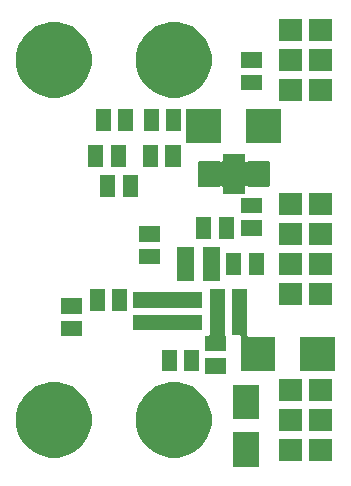
<source format=gbr>
G04 #@! TF.GenerationSoftware,KiCad,Pcbnew,(6.0.0-rc1-dev-1606-g4cd41e394)*
G04 #@! TF.CreationDate,2019-02-20T22:55:41+01:00*
G04 #@! TF.ProjectId,AIRDOSC01A_PCB01A,41495244-4f53-4433-9031-415f50434230,rev?*
G04 #@! TF.SameCoordinates,Original*
G04 #@! TF.FileFunction,Soldermask,Bot*
G04 #@! TF.FilePolarity,Negative*
%FSLAX46Y46*%
G04 Gerber Fmt 4.6, Leading zero omitted, Abs format (unit mm)*
G04 Created by KiCad (PCBNEW (6.0.0-rc1-dev-1606-g4cd41e394)) date 20.02.2019 22:55:41*
%MOMM*%
%LPD*%
G04 APERTURE LIST*
%ADD10C,1.300000*%
G04 APERTURE END LIST*
D10*
G36*
X22436000Y1122000D02*
G01*
X20236000Y1122000D01*
X20236000Y4022000D01*
X22436000Y4022000D01*
X22436000Y1122000D01*
X22436000Y1122000D01*
G37*
G36*
X28648000Y1578000D02*
G01*
X26724000Y1578000D01*
X26724000Y3502000D01*
X28648000Y3502000D01*
X28648000Y1578000D01*
X28648000Y1578000D01*
G37*
G36*
X26108000Y1578000D02*
G01*
X24184000Y1578000D01*
X24184000Y3502000D01*
X26108000Y3502000D01*
X26108000Y1578000D01*
X26108000Y1578000D01*
G37*
G36*
X6013404Y8157026D02*
G01*
X6595767Y7915804D01*
X6595768Y7915803D01*
X7119881Y7565602D01*
X7565602Y7119881D01*
X7799599Y6769679D01*
X7915804Y6595767D01*
X8157026Y6013404D01*
X8280000Y5395174D01*
X8280000Y4764826D01*
X8157026Y4146596D01*
X7915804Y3564233D01*
X7915803Y3564232D01*
X7565602Y3040119D01*
X7119881Y2594398D01*
X6769679Y2360401D01*
X6595767Y2244196D01*
X6013404Y2002974D01*
X5395174Y1880000D01*
X4764826Y1880000D01*
X4146596Y2002974D01*
X3564233Y2244196D01*
X3390321Y2360401D01*
X3040119Y2594398D01*
X2594398Y3040119D01*
X2244197Y3564232D01*
X2244196Y3564233D01*
X2002974Y4146596D01*
X1880000Y4764826D01*
X1880000Y5395174D01*
X2002974Y6013404D01*
X2244196Y6595767D01*
X2360401Y6769679D01*
X2594398Y7119881D01*
X3040119Y7565602D01*
X3564232Y7915803D01*
X3564233Y7915804D01*
X4146596Y8157026D01*
X4764826Y8280000D01*
X5395174Y8280000D01*
X6013404Y8157026D01*
X6013404Y8157026D01*
G37*
G36*
X16173404Y8157026D02*
G01*
X16755767Y7915804D01*
X16755768Y7915803D01*
X17279881Y7565602D01*
X17725602Y7119881D01*
X17959599Y6769679D01*
X18075804Y6595767D01*
X18317026Y6013404D01*
X18440000Y5395174D01*
X18440000Y4764826D01*
X18317026Y4146596D01*
X18075804Y3564233D01*
X18075803Y3564232D01*
X17725602Y3040119D01*
X17279881Y2594398D01*
X16929679Y2360401D01*
X16755767Y2244196D01*
X16173404Y2002974D01*
X15555174Y1880000D01*
X14924826Y1880000D01*
X14306596Y2002974D01*
X13724233Y2244196D01*
X13550321Y2360401D01*
X13200119Y2594398D01*
X12754398Y3040119D01*
X12404197Y3564232D01*
X12404196Y3564233D01*
X12162974Y4146596D01*
X12040000Y4764826D01*
X12040000Y5395174D01*
X12162974Y6013404D01*
X12404196Y6595767D01*
X12520401Y6769679D01*
X12754398Y7119881D01*
X13200119Y7565602D01*
X13724232Y7915803D01*
X13724233Y7915804D01*
X14306596Y8157026D01*
X14924826Y8280000D01*
X15555174Y8280000D01*
X16173404Y8157026D01*
X16173404Y8157026D01*
G37*
G36*
X28648000Y4118000D02*
G01*
X26724000Y4118000D01*
X26724000Y6042000D01*
X28648000Y6042000D01*
X28648000Y4118000D01*
X28648000Y4118000D01*
G37*
G36*
X26108000Y4118000D02*
G01*
X24184000Y4118000D01*
X24184000Y6042000D01*
X26108000Y6042000D01*
X26108000Y4118000D01*
X26108000Y4118000D01*
G37*
G36*
X22436000Y5122000D02*
G01*
X20236000Y5122000D01*
X20236000Y8022000D01*
X22436000Y8022000D01*
X22436000Y5122000D01*
X22436000Y5122000D01*
G37*
G36*
X26108000Y6658000D02*
G01*
X24184000Y6658000D01*
X24184000Y8582000D01*
X26108000Y8582000D01*
X26108000Y6658000D01*
X26108000Y6658000D01*
G37*
G36*
X28648000Y6658000D02*
G01*
X26724000Y6658000D01*
X26724000Y8582000D01*
X28648000Y8582000D01*
X28648000Y6658000D01*
X28648000Y6658000D01*
G37*
G36*
X19694500Y9007500D02*
G01*
X17897500Y9007500D01*
X17897500Y10296500D01*
X19694500Y10296500D01*
X19694500Y9007500D01*
X19694500Y9007500D01*
G37*
G36*
X15503500Y9198000D02*
G01*
X14214500Y9198000D01*
X14214500Y10995000D01*
X15503500Y10995000D01*
X15503500Y9198000D01*
X15503500Y9198000D01*
G37*
G36*
X17408500Y9198000D02*
G01*
X16119500Y9198000D01*
X16119500Y10995000D01*
X17408500Y10995000D01*
X17408500Y9198000D01*
X17408500Y9198000D01*
G37*
G36*
X21472500Y12242679D02*
G01*
X21474902Y12218293D01*
X21482015Y12194844D01*
X21493566Y12173233D01*
X21509111Y12154291D01*
X21528053Y12138746D01*
X21549664Y12127195D01*
X21573113Y12120082D01*
X21597499Y12117680D01*
X23842320Y12117680D01*
X23842320Y9218320D01*
X20892160Y9218320D01*
X20892160Y12184501D01*
X20889758Y12208887D01*
X20882645Y12232336D01*
X20871094Y12253947D01*
X20855549Y12272889D01*
X20836607Y12288434D01*
X20814996Y12299985D01*
X20791547Y12307098D01*
X20767161Y12309500D01*
X20183500Y12309500D01*
X20183500Y16138500D01*
X21472500Y16138500D01*
X21472500Y12242679D01*
X21472500Y12242679D01*
G37*
G36*
X28891840Y9218320D02*
G01*
X25941680Y9218320D01*
X25941680Y12117680D01*
X28891840Y12117680D01*
X28891840Y9218320D01*
X28891840Y9218320D01*
G37*
G36*
X19567500Y12326499D02*
G01*
X19569902Y12302113D01*
X19577015Y12278664D01*
X19588566Y12257053D01*
X19604111Y12238111D01*
X19623053Y12222566D01*
X19644664Y12211015D01*
X19668113Y12203902D01*
X19692499Y12201500D01*
X19694500Y12201500D01*
X19694500Y10912500D01*
X17897500Y10912500D01*
X17897500Y12201500D01*
X18153501Y12201500D01*
X18177887Y12203902D01*
X18201336Y12211015D01*
X18222947Y12222566D01*
X18241889Y12238111D01*
X18257434Y12257053D01*
X18268985Y12278664D01*
X18276098Y12302113D01*
X18278500Y12326499D01*
X18278500Y16138500D01*
X19567500Y16138500D01*
X19567500Y12326499D01*
X19567500Y12326499D01*
G37*
G36*
X7502500Y12182500D02*
G01*
X5705500Y12182500D01*
X5705500Y13471500D01*
X7502500Y13471500D01*
X7502500Y12182500D01*
X7502500Y12182500D01*
G37*
G36*
X17662500Y12690500D02*
G01*
X11801500Y12690500D01*
X11801500Y13979500D01*
X17662500Y13979500D01*
X17662500Y12690500D01*
X17662500Y12690500D01*
G37*
G36*
X7502500Y14087500D02*
G01*
X5705500Y14087500D01*
X5705500Y15376500D01*
X7502500Y15376500D01*
X7502500Y14087500D01*
X7502500Y14087500D01*
G37*
G36*
X11312500Y14341500D02*
G01*
X10023500Y14341500D01*
X10023500Y16138500D01*
X11312500Y16138500D01*
X11312500Y14341500D01*
X11312500Y14341500D01*
G37*
G36*
X9407500Y14341500D02*
G01*
X8118500Y14341500D01*
X8118500Y16138500D01*
X9407500Y16138500D01*
X9407500Y14341500D01*
X9407500Y14341500D01*
G37*
G36*
X17662500Y14595500D02*
G01*
X11801500Y14595500D01*
X11801500Y15884500D01*
X17662500Y15884500D01*
X17662500Y14595500D01*
X17662500Y14595500D01*
G37*
G36*
X28648000Y14786000D02*
G01*
X26724000Y14786000D01*
X26724000Y16710000D01*
X28648000Y16710000D01*
X28648000Y14786000D01*
X28648000Y14786000D01*
G37*
G36*
X26108000Y14786000D02*
G01*
X24184000Y14786000D01*
X24184000Y16710000D01*
X26108000Y16710000D01*
X26108000Y14786000D01*
X26108000Y14786000D01*
G37*
G36*
X16986000Y16813000D02*
G01*
X15526000Y16813000D01*
X15526000Y19763000D01*
X16986000Y19763000D01*
X16986000Y16813000D01*
X16986000Y16813000D01*
G37*
G36*
X19186000Y16813000D02*
G01*
X17726000Y16813000D01*
X17726000Y19763000D01*
X19186000Y19763000D01*
X19186000Y16813000D01*
X19186000Y16813000D01*
G37*
G36*
X28648000Y17326000D02*
G01*
X26724000Y17326000D01*
X26724000Y19250000D01*
X28648000Y19250000D01*
X28648000Y17326000D01*
X28648000Y17326000D01*
G37*
G36*
X26108000Y17326000D02*
G01*
X24184000Y17326000D01*
X24184000Y19250000D01*
X26108000Y19250000D01*
X26108000Y17326000D01*
X26108000Y17326000D01*
G37*
G36*
X20964500Y17389500D02*
G01*
X19675500Y17389500D01*
X19675500Y19186500D01*
X20964500Y19186500D01*
X20964500Y17389500D01*
X20964500Y17389500D01*
G37*
G36*
X22869500Y17389500D02*
G01*
X21580500Y17389500D01*
X21580500Y19186500D01*
X22869500Y19186500D01*
X22869500Y17389500D01*
X22869500Y17389500D01*
G37*
G36*
X14106500Y18278500D02*
G01*
X12309500Y18278500D01*
X12309500Y19567500D01*
X14106500Y19567500D01*
X14106500Y18278500D01*
X14106500Y18278500D01*
G37*
G36*
X26108000Y19866000D02*
G01*
X24184000Y19866000D01*
X24184000Y21790000D01*
X26108000Y21790000D01*
X26108000Y19866000D01*
X26108000Y19866000D01*
G37*
G36*
X28648000Y19866000D02*
G01*
X26724000Y19866000D01*
X26724000Y21790000D01*
X28648000Y21790000D01*
X28648000Y19866000D01*
X28648000Y19866000D01*
G37*
G36*
X14106500Y20183500D02*
G01*
X12309500Y20183500D01*
X12309500Y21472500D01*
X14106500Y21472500D01*
X14106500Y20183500D01*
X14106500Y20183500D01*
G37*
G36*
X20329500Y20437500D02*
G01*
X19040500Y20437500D01*
X19040500Y22234500D01*
X20329500Y22234500D01*
X20329500Y20437500D01*
X20329500Y20437500D01*
G37*
G36*
X18424500Y20437500D02*
G01*
X17135500Y20437500D01*
X17135500Y22234500D01*
X18424500Y22234500D01*
X18424500Y20437500D01*
X18424500Y20437500D01*
G37*
G36*
X22742500Y20691500D02*
G01*
X20945500Y20691500D01*
X20945500Y21980500D01*
X22742500Y21980500D01*
X22742500Y20691500D01*
X22742500Y20691500D01*
G37*
G36*
X28648000Y22406000D02*
G01*
X26724000Y22406000D01*
X26724000Y24330000D01*
X28648000Y24330000D01*
X28648000Y22406000D01*
X28648000Y22406000D01*
G37*
G36*
X26108000Y22406000D02*
G01*
X24184000Y22406000D01*
X24184000Y24330000D01*
X26108000Y24330000D01*
X26108000Y22406000D01*
X26108000Y22406000D01*
G37*
G36*
X22742500Y22596500D02*
G01*
X20945500Y22596500D01*
X20945500Y23885500D01*
X22742500Y23885500D01*
X22742500Y22596500D01*
X22742500Y22596500D01*
G37*
G36*
X12201500Y23993500D02*
G01*
X10912500Y23993500D01*
X10912500Y25790500D01*
X12201500Y25790500D01*
X12201500Y23993500D01*
X12201500Y23993500D01*
G37*
G36*
X10296500Y23993500D02*
G01*
X9007500Y23993500D01*
X9007500Y25790500D01*
X10296500Y25790500D01*
X10296500Y23993500D01*
X10296500Y23993500D01*
G37*
G36*
X21270000Y27025360D02*
G01*
X21272402Y27000974D01*
X21279515Y26977525D01*
X21291066Y26955914D01*
X21306611Y26936972D01*
X21325553Y26921427D01*
X21347164Y26909876D01*
X21370613Y26902763D01*
X21394999Y26900361D01*
X21419385Y26902763D01*
X21442834Y26909876D01*
X21464445Y26921427D01*
X21483387Y26936972D01*
X21485483Y26939285D01*
X21521742Y26969042D01*
X21561090Y26990073D01*
X21603776Y27003023D01*
X21654314Y27008000D01*
X23160686Y27008000D01*
X23211224Y27003023D01*
X23253910Y26990073D01*
X23293258Y26969042D01*
X23327742Y26940742D01*
X23356042Y26906258D01*
X23377073Y26866910D01*
X23390023Y26824224D01*
X23395000Y26773686D01*
X23395000Y25042314D01*
X23390023Y24991776D01*
X23377073Y24949090D01*
X23356042Y24909742D01*
X23327742Y24875258D01*
X23293258Y24846958D01*
X23253910Y24825927D01*
X23211224Y24812977D01*
X23160686Y24808000D01*
X21654314Y24808000D01*
X21603776Y24812977D01*
X21561090Y24825927D01*
X21521742Y24846958D01*
X21481942Y24879621D01*
X21474303Y24887261D01*
X21453929Y24900876D01*
X21431291Y24910255D01*
X21407258Y24915036D01*
X21382754Y24915038D01*
X21358720Y24910259D01*
X21336081Y24900883D01*
X21315706Y24887270D01*
X21298378Y24869944D01*
X21284763Y24849570D01*
X21275384Y24826932D01*
X21270603Y24802899D01*
X21270000Y24790640D01*
X21270000Y24208000D01*
X19370000Y24208000D01*
X19370000Y24791030D01*
X19367598Y24815416D01*
X19360485Y24838865D01*
X19348934Y24860476D01*
X19333389Y24879418D01*
X19314447Y24894963D01*
X19292836Y24906514D01*
X19269387Y24913627D01*
X19245001Y24916029D01*
X19220615Y24913627D01*
X19197166Y24906514D01*
X19175555Y24894963D01*
X19156613Y24879418D01*
X19154272Y24876834D01*
X19117990Y24847059D01*
X19078541Y24825973D01*
X19035739Y24812989D01*
X18985084Y24808000D01*
X17479916Y24808000D01*
X17429261Y24812989D01*
X17386459Y24825973D01*
X17347010Y24847059D01*
X17312434Y24875434D01*
X17284059Y24910010D01*
X17262973Y24949459D01*
X17249989Y24992261D01*
X17245000Y25042916D01*
X17245000Y26773084D01*
X17249989Y26823739D01*
X17262973Y26866541D01*
X17284059Y26905990D01*
X17312434Y26940566D01*
X17347010Y26968941D01*
X17386459Y26990027D01*
X17429261Y27003011D01*
X17479916Y27008000D01*
X18985084Y27008000D01*
X19035739Y27003011D01*
X19078541Y26990027D01*
X19117990Y26968941D01*
X19157672Y26936375D01*
X19165702Y26928345D01*
X19186077Y26914731D01*
X19208715Y26905353D01*
X19232749Y26900573D01*
X19257253Y26900573D01*
X19281286Y26905353D01*
X19303925Y26914731D01*
X19324299Y26928344D01*
X19341626Y26945671D01*
X19355240Y26966046D01*
X19364618Y26988684D01*
X19369398Y27012718D01*
X19370000Y27024970D01*
X19370000Y27608000D01*
X21270000Y27608000D01*
X21270000Y27025360D01*
X21270000Y27025360D01*
G37*
G36*
X15821000Y26533500D02*
G01*
X14532000Y26533500D01*
X14532000Y28330500D01*
X15821000Y28330500D01*
X15821000Y26533500D01*
X15821000Y26533500D01*
G37*
G36*
X9280500Y26533500D02*
G01*
X7991500Y26533500D01*
X7991500Y28330500D01*
X9280500Y28330500D01*
X9280500Y26533500D01*
X9280500Y26533500D01*
G37*
G36*
X11185500Y26533500D02*
G01*
X9896500Y26533500D01*
X9896500Y28330500D01*
X11185500Y28330500D01*
X11185500Y26533500D01*
X11185500Y26533500D01*
G37*
G36*
X13916000Y26533500D02*
G01*
X12627000Y26533500D01*
X12627000Y28330500D01*
X13916000Y28330500D01*
X13916000Y26533500D01*
X13916000Y26533500D01*
G37*
G36*
X24304600Y28537560D02*
G01*
X21354440Y28537560D01*
X21354440Y31436920D01*
X24304600Y31436920D01*
X24304600Y28537560D01*
X24304600Y28537560D01*
G37*
G36*
X19255080Y28537560D02*
G01*
X16304920Y28537560D01*
X16304920Y31436920D01*
X19255080Y31436920D01*
X19255080Y28537560D01*
X19255080Y28537560D01*
G37*
G36*
X13979500Y29581500D02*
G01*
X12690500Y29581500D01*
X12690500Y31378500D01*
X13979500Y31378500D01*
X13979500Y29581500D01*
X13979500Y29581500D01*
G37*
G36*
X15884500Y29581500D02*
G01*
X14595500Y29581500D01*
X14595500Y31378500D01*
X15884500Y31378500D01*
X15884500Y29581500D01*
X15884500Y29581500D01*
G37*
G36*
X11820500Y29581500D02*
G01*
X10531500Y29581500D01*
X10531500Y31378500D01*
X11820500Y31378500D01*
X11820500Y29581500D01*
X11820500Y29581500D01*
G37*
G36*
X9915500Y29581500D02*
G01*
X8626500Y29581500D01*
X8626500Y31378500D01*
X9915500Y31378500D01*
X9915500Y29581500D01*
X9915500Y29581500D01*
G37*
G36*
X28648000Y32058000D02*
G01*
X26724000Y32058000D01*
X26724000Y33982000D01*
X28648000Y33982000D01*
X28648000Y32058000D01*
X28648000Y32058000D01*
G37*
G36*
X26108000Y32058000D02*
G01*
X24184000Y32058000D01*
X24184000Y33982000D01*
X26108000Y33982000D01*
X26108000Y32058000D01*
X26108000Y32058000D01*
G37*
G36*
X6013404Y38637026D02*
G01*
X6595767Y38395804D01*
X6595768Y38395803D01*
X7119881Y38045602D01*
X7565602Y37599881D01*
X7799599Y37249679D01*
X7915804Y37075767D01*
X8157026Y36493404D01*
X8280000Y35875174D01*
X8280000Y35244826D01*
X8157026Y34626596D01*
X7915804Y34044233D01*
X7915803Y34044232D01*
X7565602Y33520119D01*
X7119881Y33074398D01*
X6769679Y32840401D01*
X6595767Y32724196D01*
X6013404Y32482974D01*
X5395174Y32360000D01*
X4764826Y32360000D01*
X4146596Y32482974D01*
X3564233Y32724196D01*
X3390321Y32840401D01*
X3040119Y33074398D01*
X2594398Y33520119D01*
X2244197Y34044232D01*
X2244196Y34044233D01*
X2002974Y34626596D01*
X1880000Y35244826D01*
X1880000Y35875174D01*
X2002974Y36493404D01*
X2244196Y37075767D01*
X2360401Y37249679D01*
X2594398Y37599881D01*
X3040119Y38045602D01*
X3564232Y38395803D01*
X3564233Y38395804D01*
X4146596Y38637026D01*
X4764826Y38760000D01*
X5395174Y38760000D01*
X6013404Y38637026D01*
X6013404Y38637026D01*
G37*
G36*
X16173404Y38637026D02*
G01*
X16755767Y38395804D01*
X16755768Y38395803D01*
X17279881Y38045602D01*
X17725602Y37599881D01*
X17959599Y37249679D01*
X18075804Y37075767D01*
X18317026Y36493404D01*
X18440000Y35875174D01*
X18440000Y35244826D01*
X18317026Y34626596D01*
X18075804Y34044233D01*
X18075803Y34044232D01*
X17725602Y33520119D01*
X17279881Y33074398D01*
X16929679Y32840401D01*
X16755767Y32724196D01*
X16173404Y32482974D01*
X15555174Y32360000D01*
X14924826Y32360000D01*
X14306596Y32482974D01*
X13724233Y32724196D01*
X13550321Y32840401D01*
X13200119Y33074398D01*
X12754398Y33520119D01*
X12404197Y34044232D01*
X12404196Y34044233D01*
X12162974Y34626596D01*
X12040000Y35244826D01*
X12040000Y35875174D01*
X12162974Y36493404D01*
X12404196Y37075767D01*
X12520401Y37249679D01*
X12754398Y37599881D01*
X13200119Y38045602D01*
X13724232Y38395803D01*
X13724233Y38395804D01*
X14306596Y38637026D01*
X14924826Y38760000D01*
X15555174Y38760000D01*
X16173404Y38637026D01*
X16173404Y38637026D01*
G37*
G36*
X22742500Y33010500D02*
G01*
X20945500Y33010500D01*
X20945500Y34299500D01*
X22742500Y34299500D01*
X22742500Y33010500D01*
X22742500Y33010500D01*
G37*
G36*
X26108000Y34598000D02*
G01*
X24184000Y34598000D01*
X24184000Y36522000D01*
X26108000Y36522000D01*
X26108000Y34598000D01*
X26108000Y34598000D01*
G37*
G36*
X28648000Y34598000D02*
G01*
X26724000Y34598000D01*
X26724000Y36522000D01*
X28648000Y36522000D01*
X28648000Y34598000D01*
X28648000Y34598000D01*
G37*
G36*
X22742500Y34915500D02*
G01*
X20945500Y34915500D01*
X20945500Y36204500D01*
X22742500Y36204500D01*
X22742500Y34915500D01*
X22742500Y34915500D01*
G37*
G36*
X28648000Y37138000D02*
G01*
X26724000Y37138000D01*
X26724000Y39062000D01*
X28648000Y39062000D01*
X28648000Y37138000D01*
X28648000Y37138000D01*
G37*
G36*
X26108000Y37138000D02*
G01*
X24184000Y37138000D01*
X24184000Y39062000D01*
X26108000Y39062000D01*
X26108000Y37138000D01*
X26108000Y37138000D01*
G37*
M02*

</source>
